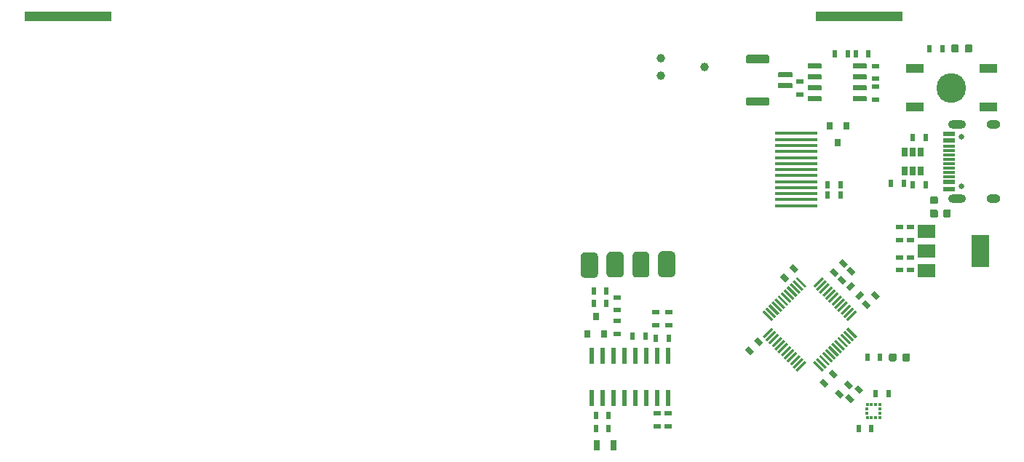
<source format=gbs>
G04 #@! TF.GenerationSoftware,KiCad,Pcbnew,5.1.5-52549c5~84~ubuntu19.10.1*
G04 #@! TF.CreationDate,2020-03-02T03:11:21+01:00*
G04 #@! TF.ProjectId,scale,7363616c-652e-46b6-9963-61645f706362,rev?*
G04 #@! TF.SameCoordinates,Original*
G04 #@! TF.FileFunction,Soldermask,Bot*
G04 #@! TF.FilePolarity,Negative*
%FSLAX46Y46*%
G04 Gerber Fmt 4.6, Leading zero omitted, Abs format (unit mm)*
G04 Created by KiCad (PCBNEW 5.1.5-52549c5~84~ubuntu19.10.1) date 2020-03-02 03:11:21*
%MOMM*%
%LPD*%
G04 APERTURE LIST*
%ADD10C,0.100000*%
%ADD11R,2.000000X1.000000*%
%ADD12C,3.450000*%
%ADD13R,0.900000X0.600000*%
%ADD14R,0.600000X0.900000*%
%ADD15R,0.600000X1.950000*%
%ADD16R,0.375000X0.350000*%
%ADD17R,0.350000X0.375000*%
%ADD18R,0.700000X1.300000*%
%ADD19R,0.800000X0.900000*%
%ADD20R,1.450000X0.600000*%
%ADD21O,2.100000X1.000000*%
%ADD22O,1.600000X1.000000*%
%ADD23C,0.650000*%
%ADD24R,1.450000X0.300000*%
%ADD25R,2.000000X1.500000*%
%ADD26R,2.000000X3.800000*%
%ADD27R,0.650000X1.060000*%
%ADD28C,0.985520*%
%ADD29C,0.988060*%
%ADD30R,5.000000X0.400000*%
G04 APERTURE END LIST*
D10*
G36*
X123000000Y-100500000D02*
G01*
X113000000Y-100500000D01*
X113000000Y-99500000D01*
X123000000Y-99500000D01*
X123000000Y-100500000D01*
G37*
X123000000Y-100500000D02*
X113000000Y-100500000D01*
X113000000Y-99500000D01*
X123000000Y-99500000D01*
X123000000Y-100500000D01*
G36*
X215000000Y-100500000D02*
G01*
X205000000Y-100500000D01*
X205000000Y-99500000D01*
X215000000Y-99500000D01*
X215000000Y-100500000D01*
G37*
X215000000Y-100500000D02*
X205000000Y-100500000D01*
X205000000Y-99500000D01*
X215000000Y-99500000D01*
X215000000Y-100500000D01*
D11*
X216550000Y-110650000D03*
X216550000Y-106150000D03*
X225050000Y-106150000D03*
X225050000Y-110650000D03*
D12*
X220800000Y-108400000D03*
D13*
X212000000Y-108250000D03*
X212000000Y-109750000D03*
D10*
G36*
X199374504Y-104526204D02*
G01*
X199398773Y-104529804D01*
X199422571Y-104535765D01*
X199445671Y-104544030D01*
X199467849Y-104554520D01*
X199488893Y-104567133D01*
X199508598Y-104581747D01*
X199526777Y-104598223D01*
X199543253Y-104616402D01*
X199557867Y-104636107D01*
X199570480Y-104657151D01*
X199580970Y-104679329D01*
X199589235Y-104702429D01*
X199595196Y-104726227D01*
X199598796Y-104750496D01*
X199600000Y-104775000D01*
X199600000Y-105275000D01*
X199598796Y-105299504D01*
X199595196Y-105323773D01*
X199589235Y-105347571D01*
X199580970Y-105370671D01*
X199570480Y-105392849D01*
X199557867Y-105413893D01*
X199543253Y-105433598D01*
X199526777Y-105451777D01*
X199508598Y-105468253D01*
X199488893Y-105482867D01*
X199467849Y-105495480D01*
X199445671Y-105505970D01*
X199422571Y-105514235D01*
X199398773Y-105520196D01*
X199374504Y-105523796D01*
X199350000Y-105525000D01*
X197150000Y-105525000D01*
X197125496Y-105523796D01*
X197101227Y-105520196D01*
X197077429Y-105514235D01*
X197054329Y-105505970D01*
X197032151Y-105495480D01*
X197011107Y-105482867D01*
X196991402Y-105468253D01*
X196973223Y-105451777D01*
X196956747Y-105433598D01*
X196942133Y-105413893D01*
X196929520Y-105392849D01*
X196919030Y-105370671D01*
X196910765Y-105347571D01*
X196904804Y-105323773D01*
X196901204Y-105299504D01*
X196900000Y-105275000D01*
X196900000Y-104775000D01*
X196901204Y-104750496D01*
X196904804Y-104726227D01*
X196910765Y-104702429D01*
X196919030Y-104679329D01*
X196929520Y-104657151D01*
X196942133Y-104636107D01*
X196956747Y-104616402D01*
X196973223Y-104598223D01*
X196991402Y-104581747D01*
X197011107Y-104567133D01*
X197032151Y-104554520D01*
X197054329Y-104544030D01*
X197077429Y-104535765D01*
X197101227Y-104529804D01*
X197125496Y-104526204D01*
X197150000Y-104525000D01*
X199350000Y-104525000D01*
X199374504Y-104526204D01*
G37*
G36*
X199374504Y-109476204D02*
G01*
X199398773Y-109479804D01*
X199422571Y-109485765D01*
X199445671Y-109494030D01*
X199467849Y-109504520D01*
X199488893Y-109517133D01*
X199508598Y-109531747D01*
X199526777Y-109548223D01*
X199543253Y-109566402D01*
X199557867Y-109586107D01*
X199570480Y-109607151D01*
X199580970Y-109629329D01*
X199589235Y-109652429D01*
X199595196Y-109676227D01*
X199598796Y-109700496D01*
X199600000Y-109725000D01*
X199600000Y-110225000D01*
X199598796Y-110249504D01*
X199595196Y-110273773D01*
X199589235Y-110297571D01*
X199580970Y-110320671D01*
X199570480Y-110342849D01*
X199557867Y-110363893D01*
X199543253Y-110383598D01*
X199526777Y-110401777D01*
X199508598Y-110418253D01*
X199488893Y-110432867D01*
X199467849Y-110445480D01*
X199445671Y-110455970D01*
X199422571Y-110464235D01*
X199398773Y-110470196D01*
X199374504Y-110473796D01*
X199350000Y-110475000D01*
X197150000Y-110475000D01*
X197125496Y-110473796D01*
X197101227Y-110470196D01*
X197077429Y-110464235D01*
X197054329Y-110455970D01*
X197032151Y-110445480D01*
X197011107Y-110432867D01*
X196991402Y-110418253D01*
X196973223Y-110401777D01*
X196956747Y-110383598D01*
X196942133Y-110363893D01*
X196929520Y-110342849D01*
X196919030Y-110320671D01*
X196910765Y-110297571D01*
X196904804Y-110273773D01*
X196901204Y-110249504D01*
X196900000Y-110225000D01*
X196900000Y-109725000D01*
X196901204Y-109700496D01*
X196904804Y-109676227D01*
X196910765Y-109652429D01*
X196919030Y-109629329D01*
X196929520Y-109607151D01*
X196942133Y-109586107D01*
X196956747Y-109566402D01*
X196973223Y-109548223D01*
X196991402Y-109531747D01*
X197011107Y-109517133D01*
X197032151Y-109504520D01*
X197054329Y-109494030D01*
X197077429Y-109485765D01*
X197101227Y-109479804D01*
X197125496Y-109476204D01*
X197150000Y-109475000D01*
X199350000Y-109475000D01*
X199374504Y-109476204D01*
G37*
G36*
X202164703Y-106575722D02*
G01*
X202179264Y-106577882D01*
X202193543Y-106581459D01*
X202207403Y-106586418D01*
X202220710Y-106592712D01*
X202233336Y-106600280D01*
X202245159Y-106609048D01*
X202256066Y-106618934D01*
X202265952Y-106629841D01*
X202274720Y-106641664D01*
X202282288Y-106654290D01*
X202288582Y-106667597D01*
X202293541Y-106681457D01*
X202297118Y-106695736D01*
X202299278Y-106710297D01*
X202300000Y-106725000D01*
X202300000Y-107025000D01*
X202299278Y-107039703D01*
X202297118Y-107054264D01*
X202293541Y-107068543D01*
X202288582Y-107082403D01*
X202282288Y-107095710D01*
X202274720Y-107108336D01*
X202265952Y-107120159D01*
X202256066Y-107131066D01*
X202245159Y-107140952D01*
X202233336Y-107149720D01*
X202220710Y-107157288D01*
X202207403Y-107163582D01*
X202193543Y-107168541D01*
X202179264Y-107172118D01*
X202164703Y-107174278D01*
X202150000Y-107175000D01*
X200750000Y-107175000D01*
X200735297Y-107174278D01*
X200720736Y-107172118D01*
X200706457Y-107168541D01*
X200692597Y-107163582D01*
X200679290Y-107157288D01*
X200666664Y-107149720D01*
X200654841Y-107140952D01*
X200643934Y-107131066D01*
X200634048Y-107120159D01*
X200625280Y-107108336D01*
X200617712Y-107095710D01*
X200611418Y-107082403D01*
X200606459Y-107068543D01*
X200602882Y-107054264D01*
X200600722Y-107039703D01*
X200600000Y-107025000D01*
X200600000Y-106725000D01*
X200600722Y-106710297D01*
X200602882Y-106695736D01*
X200606459Y-106681457D01*
X200611418Y-106667597D01*
X200617712Y-106654290D01*
X200625280Y-106641664D01*
X200634048Y-106629841D01*
X200643934Y-106618934D01*
X200654841Y-106609048D01*
X200666664Y-106600280D01*
X200679290Y-106592712D01*
X200692597Y-106586418D01*
X200706457Y-106581459D01*
X200720736Y-106577882D01*
X200735297Y-106575722D01*
X200750000Y-106575000D01*
X202150000Y-106575000D01*
X202164703Y-106575722D01*
G37*
G36*
X202164703Y-107825722D02*
G01*
X202179264Y-107827882D01*
X202193543Y-107831459D01*
X202207403Y-107836418D01*
X202220710Y-107842712D01*
X202233336Y-107850280D01*
X202245159Y-107859048D01*
X202256066Y-107868934D01*
X202265952Y-107879841D01*
X202274720Y-107891664D01*
X202282288Y-107904290D01*
X202288582Y-107917597D01*
X202293541Y-107931457D01*
X202297118Y-107945736D01*
X202299278Y-107960297D01*
X202300000Y-107975000D01*
X202300000Y-108275000D01*
X202299278Y-108289703D01*
X202297118Y-108304264D01*
X202293541Y-108318543D01*
X202288582Y-108332403D01*
X202282288Y-108345710D01*
X202274720Y-108358336D01*
X202265952Y-108370159D01*
X202256066Y-108381066D01*
X202245159Y-108390952D01*
X202233336Y-108399720D01*
X202220710Y-108407288D01*
X202207403Y-108413582D01*
X202193543Y-108418541D01*
X202179264Y-108422118D01*
X202164703Y-108424278D01*
X202150000Y-108425000D01*
X200750000Y-108425000D01*
X200735297Y-108424278D01*
X200720736Y-108422118D01*
X200706457Y-108418541D01*
X200692597Y-108413582D01*
X200679290Y-108407288D01*
X200666664Y-108399720D01*
X200654841Y-108390952D01*
X200643934Y-108381066D01*
X200634048Y-108370159D01*
X200625280Y-108358336D01*
X200617712Y-108345710D01*
X200611418Y-108332403D01*
X200606459Y-108318543D01*
X200602882Y-108304264D01*
X200600722Y-108289703D01*
X200600000Y-108275000D01*
X200600000Y-107975000D01*
X200600722Y-107960297D01*
X200602882Y-107945736D01*
X200606459Y-107931457D01*
X200611418Y-107917597D01*
X200617712Y-107904290D01*
X200625280Y-107891664D01*
X200634048Y-107879841D01*
X200643934Y-107868934D01*
X200654841Y-107859048D01*
X200666664Y-107850280D01*
X200679290Y-107842712D01*
X200692597Y-107836418D01*
X200706457Y-107831459D01*
X200720736Y-107827882D01*
X200735297Y-107825722D01*
X200750000Y-107825000D01*
X202150000Y-107825000D01*
X202164703Y-107825722D01*
G37*
G36*
X220527691Y-122526053D02*
G01*
X220548926Y-122529203D01*
X220569750Y-122534419D01*
X220589962Y-122541651D01*
X220609368Y-122550830D01*
X220627781Y-122561866D01*
X220645024Y-122574654D01*
X220660930Y-122589070D01*
X220675346Y-122604976D01*
X220688134Y-122622219D01*
X220699170Y-122640632D01*
X220708349Y-122660038D01*
X220715581Y-122680250D01*
X220720797Y-122701074D01*
X220723947Y-122722309D01*
X220725000Y-122743750D01*
X220725000Y-123256250D01*
X220723947Y-123277691D01*
X220720797Y-123298926D01*
X220715581Y-123319750D01*
X220708349Y-123339962D01*
X220699170Y-123359368D01*
X220688134Y-123377781D01*
X220675346Y-123395024D01*
X220660930Y-123410930D01*
X220645024Y-123425346D01*
X220627781Y-123438134D01*
X220609368Y-123449170D01*
X220589962Y-123458349D01*
X220569750Y-123465581D01*
X220548926Y-123470797D01*
X220527691Y-123473947D01*
X220506250Y-123475000D01*
X220068750Y-123475000D01*
X220047309Y-123473947D01*
X220026074Y-123470797D01*
X220005250Y-123465581D01*
X219985038Y-123458349D01*
X219965632Y-123449170D01*
X219947219Y-123438134D01*
X219929976Y-123425346D01*
X219914070Y-123410930D01*
X219899654Y-123395024D01*
X219886866Y-123377781D01*
X219875830Y-123359368D01*
X219866651Y-123339962D01*
X219859419Y-123319750D01*
X219854203Y-123298926D01*
X219851053Y-123277691D01*
X219850000Y-123256250D01*
X219850000Y-122743750D01*
X219851053Y-122722309D01*
X219854203Y-122701074D01*
X219859419Y-122680250D01*
X219866651Y-122660038D01*
X219875830Y-122640632D01*
X219886866Y-122622219D01*
X219899654Y-122604976D01*
X219914070Y-122589070D01*
X219929976Y-122574654D01*
X219947219Y-122561866D01*
X219965632Y-122550830D01*
X219985038Y-122541651D01*
X220005250Y-122534419D01*
X220026074Y-122529203D01*
X220047309Y-122526053D01*
X220068750Y-122525000D01*
X220506250Y-122525000D01*
X220527691Y-122526053D01*
G37*
G36*
X218952691Y-122526053D02*
G01*
X218973926Y-122529203D01*
X218994750Y-122534419D01*
X219014962Y-122541651D01*
X219034368Y-122550830D01*
X219052781Y-122561866D01*
X219070024Y-122574654D01*
X219085930Y-122589070D01*
X219100346Y-122604976D01*
X219113134Y-122622219D01*
X219124170Y-122640632D01*
X219133349Y-122660038D01*
X219140581Y-122680250D01*
X219145797Y-122701074D01*
X219148947Y-122722309D01*
X219150000Y-122743750D01*
X219150000Y-123256250D01*
X219148947Y-123277691D01*
X219145797Y-123298926D01*
X219140581Y-123319750D01*
X219133349Y-123339962D01*
X219124170Y-123359368D01*
X219113134Y-123377781D01*
X219100346Y-123395024D01*
X219085930Y-123410930D01*
X219070024Y-123425346D01*
X219052781Y-123438134D01*
X219034368Y-123449170D01*
X219014962Y-123458349D01*
X218994750Y-123465581D01*
X218973926Y-123470797D01*
X218952691Y-123473947D01*
X218931250Y-123475000D01*
X218493750Y-123475000D01*
X218472309Y-123473947D01*
X218451074Y-123470797D01*
X218430250Y-123465581D01*
X218410038Y-123458349D01*
X218390632Y-123449170D01*
X218372219Y-123438134D01*
X218354976Y-123425346D01*
X218339070Y-123410930D01*
X218324654Y-123395024D01*
X218311866Y-123377781D01*
X218300830Y-123359368D01*
X218291651Y-123339962D01*
X218284419Y-123319750D01*
X218279203Y-123298926D01*
X218276053Y-123277691D01*
X218275000Y-123256250D01*
X218275000Y-122743750D01*
X218276053Y-122722309D01*
X218279203Y-122701074D01*
X218284419Y-122680250D01*
X218291651Y-122660038D01*
X218300830Y-122640632D01*
X218311866Y-122622219D01*
X218324654Y-122604976D01*
X218339070Y-122589070D01*
X218354976Y-122574654D01*
X218372219Y-122561866D01*
X218390632Y-122550830D01*
X218410038Y-122541651D01*
X218430250Y-122534419D01*
X218451074Y-122529203D01*
X218472309Y-122526053D01*
X218493750Y-122525000D01*
X218931250Y-122525000D01*
X218952691Y-122526053D01*
G37*
G36*
X219027691Y-121026053D02*
G01*
X219048926Y-121029203D01*
X219069750Y-121034419D01*
X219089962Y-121041651D01*
X219109368Y-121050830D01*
X219127781Y-121061866D01*
X219145024Y-121074654D01*
X219160930Y-121089070D01*
X219175346Y-121104976D01*
X219188134Y-121122219D01*
X219199170Y-121140632D01*
X219208349Y-121160038D01*
X219215581Y-121180250D01*
X219220797Y-121201074D01*
X219223947Y-121222309D01*
X219225000Y-121243750D01*
X219225000Y-121681250D01*
X219223947Y-121702691D01*
X219220797Y-121723926D01*
X219215581Y-121744750D01*
X219208349Y-121764962D01*
X219199170Y-121784368D01*
X219188134Y-121802781D01*
X219175346Y-121820024D01*
X219160930Y-121835930D01*
X219145024Y-121850346D01*
X219127781Y-121863134D01*
X219109368Y-121874170D01*
X219089962Y-121883349D01*
X219069750Y-121890581D01*
X219048926Y-121895797D01*
X219027691Y-121898947D01*
X219006250Y-121900000D01*
X218493750Y-121900000D01*
X218472309Y-121898947D01*
X218451074Y-121895797D01*
X218430250Y-121890581D01*
X218410038Y-121883349D01*
X218390632Y-121874170D01*
X218372219Y-121863134D01*
X218354976Y-121850346D01*
X218339070Y-121835930D01*
X218324654Y-121820024D01*
X218311866Y-121802781D01*
X218300830Y-121784368D01*
X218291651Y-121764962D01*
X218284419Y-121744750D01*
X218279203Y-121723926D01*
X218276053Y-121702691D01*
X218275000Y-121681250D01*
X218275000Y-121243750D01*
X218276053Y-121222309D01*
X218279203Y-121201074D01*
X218284419Y-121180250D01*
X218291651Y-121160038D01*
X218300830Y-121140632D01*
X218311866Y-121122219D01*
X218324654Y-121104976D01*
X218339070Y-121089070D01*
X218354976Y-121074654D01*
X218372219Y-121061866D01*
X218390632Y-121050830D01*
X218410038Y-121041651D01*
X218430250Y-121034419D01*
X218451074Y-121029203D01*
X218472309Y-121026053D01*
X218493750Y-121025000D01*
X219006250Y-121025000D01*
X219027691Y-121026053D01*
G37*
G36*
X219027691Y-122601053D02*
G01*
X219048926Y-122604203D01*
X219069750Y-122609419D01*
X219089962Y-122616651D01*
X219109368Y-122625830D01*
X219127781Y-122636866D01*
X219145024Y-122649654D01*
X219160930Y-122664070D01*
X219175346Y-122679976D01*
X219188134Y-122697219D01*
X219199170Y-122715632D01*
X219208349Y-122735038D01*
X219215581Y-122755250D01*
X219220797Y-122776074D01*
X219223947Y-122797309D01*
X219225000Y-122818750D01*
X219225000Y-123256250D01*
X219223947Y-123277691D01*
X219220797Y-123298926D01*
X219215581Y-123319750D01*
X219208349Y-123339962D01*
X219199170Y-123359368D01*
X219188134Y-123377781D01*
X219175346Y-123395024D01*
X219160930Y-123410930D01*
X219145024Y-123425346D01*
X219127781Y-123438134D01*
X219109368Y-123449170D01*
X219089962Y-123458349D01*
X219069750Y-123465581D01*
X219048926Y-123470797D01*
X219027691Y-123473947D01*
X219006250Y-123475000D01*
X218493750Y-123475000D01*
X218472309Y-123473947D01*
X218451074Y-123470797D01*
X218430250Y-123465581D01*
X218410038Y-123458349D01*
X218390632Y-123449170D01*
X218372219Y-123438134D01*
X218354976Y-123425346D01*
X218339070Y-123410930D01*
X218324654Y-123395024D01*
X218311866Y-123377781D01*
X218300830Y-123359368D01*
X218291651Y-123339962D01*
X218284419Y-123319750D01*
X218279203Y-123298926D01*
X218276053Y-123277691D01*
X218275000Y-123256250D01*
X218275000Y-122818750D01*
X218276053Y-122797309D01*
X218279203Y-122776074D01*
X218284419Y-122755250D01*
X218291651Y-122735038D01*
X218300830Y-122715632D01*
X218311866Y-122697219D01*
X218324654Y-122679976D01*
X218339070Y-122664070D01*
X218354976Y-122649654D01*
X218372219Y-122636866D01*
X218390632Y-122625830D01*
X218410038Y-122616651D01*
X218430250Y-122609419D01*
X218451074Y-122604203D01*
X218472309Y-122601053D01*
X218493750Y-122600000D01*
X219006250Y-122600000D01*
X219027691Y-122601053D01*
G37*
G36*
X205564703Y-105545722D02*
G01*
X205579264Y-105547882D01*
X205593543Y-105551459D01*
X205607403Y-105556418D01*
X205620710Y-105562712D01*
X205633336Y-105570280D01*
X205645159Y-105579048D01*
X205656066Y-105588934D01*
X205665952Y-105599841D01*
X205674720Y-105611664D01*
X205682288Y-105624290D01*
X205688582Y-105637597D01*
X205693541Y-105651457D01*
X205697118Y-105665736D01*
X205699278Y-105680297D01*
X205700000Y-105695000D01*
X205700000Y-105995000D01*
X205699278Y-106009703D01*
X205697118Y-106024264D01*
X205693541Y-106038543D01*
X205688582Y-106052403D01*
X205682288Y-106065710D01*
X205674720Y-106078336D01*
X205665952Y-106090159D01*
X205656066Y-106101066D01*
X205645159Y-106110952D01*
X205633336Y-106119720D01*
X205620710Y-106127288D01*
X205607403Y-106133582D01*
X205593543Y-106138541D01*
X205579264Y-106142118D01*
X205564703Y-106144278D01*
X205550000Y-106145000D01*
X204200000Y-106145000D01*
X204185297Y-106144278D01*
X204170736Y-106142118D01*
X204156457Y-106138541D01*
X204142597Y-106133582D01*
X204129290Y-106127288D01*
X204116664Y-106119720D01*
X204104841Y-106110952D01*
X204093934Y-106101066D01*
X204084048Y-106090159D01*
X204075280Y-106078336D01*
X204067712Y-106065710D01*
X204061418Y-106052403D01*
X204056459Y-106038543D01*
X204052882Y-106024264D01*
X204050722Y-106009703D01*
X204050000Y-105995000D01*
X204050000Y-105695000D01*
X204050722Y-105680297D01*
X204052882Y-105665736D01*
X204056459Y-105651457D01*
X204061418Y-105637597D01*
X204067712Y-105624290D01*
X204075280Y-105611664D01*
X204084048Y-105599841D01*
X204093934Y-105588934D01*
X204104841Y-105579048D01*
X204116664Y-105570280D01*
X204129290Y-105562712D01*
X204142597Y-105556418D01*
X204156457Y-105551459D01*
X204170736Y-105547882D01*
X204185297Y-105545722D01*
X204200000Y-105545000D01*
X205550000Y-105545000D01*
X205564703Y-105545722D01*
G37*
G36*
X205564703Y-106815722D02*
G01*
X205579264Y-106817882D01*
X205593543Y-106821459D01*
X205607403Y-106826418D01*
X205620710Y-106832712D01*
X205633336Y-106840280D01*
X205645159Y-106849048D01*
X205656066Y-106858934D01*
X205665952Y-106869841D01*
X205674720Y-106881664D01*
X205682288Y-106894290D01*
X205688582Y-106907597D01*
X205693541Y-106921457D01*
X205697118Y-106935736D01*
X205699278Y-106950297D01*
X205700000Y-106965000D01*
X205700000Y-107265000D01*
X205699278Y-107279703D01*
X205697118Y-107294264D01*
X205693541Y-107308543D01*
X205688582Y-107322403D01*
X205682288Y-107335710D01*
X205674720Y-107348336D01*
X205665952Y-107360159D01*
X205656066Y-107371066D01*
X205645159Y-107380952D01*
X205633336Y-107389720D01*
X205620710Y-107397288D01*
X205607403Y-107403582D01*
X205593543Y-107408541D01*
X205579264Y-107412118D01*
X205564703Y-107414278D01*
X205550000Y-107415000D01*
X204200000Y-107415000D01*
X204185297Y-107414278D01*
X204170736Y-107412118D01*
X204156457Y-107408541D01*
X204142597Y-107403582D01*
X204129290Y-107397288D01*
X204116664Y-107389720D01*
X204104841Y-107380952D01*
X204093934Y-107371066D01*
X204084048Y-107360159D01*
X204075280Y-107348336D01*
X204067712Y-107335710D01*
X204061418Y-107322403D01*
X204056459Y-107308543D01*
X204052882Y-107294264D01*
X204050722Y-107279703D01*
X204050000Y-107265000D01*
X204050000Y-106965000D01*
X204050722Y-106950297D01*
X204052882Y-106935736D01*
X204056459Y-106921457D01*
X204061418Y-106907597D01*
X204067712Y-106894290D01*
X204075280Y-106881664D01*
X204084048Y-106869841D01*
X204093934Y-106858934D01*
X204104841Y-106849048D01*
X204116664Y-106840280D01*
X204129290Y-106832712D01*
X204142597Y-106826418D01*
X204156457Y-106821459D01*
X204170736Y-106817882D01*
X204185297Y-106815722D01*
X204200000Y-106815000D01*
X205550000Y-106815000D01*
X205564703Y-106815722D01*
G37*
G36*
X205564703Y-108085722D02*
G01*
X205579264Y-108087882D01*
X205593543Y-108091459D01*
X205607403Y-108096418D01*
X205620710Y-108102712D01*
X205633336Y-108110280D01*
X205645159Y-108119048D01*
X205656066Y-108128934D01*
X205665952Y-108139841D01*
X205674720Y-108151664D01*
X205682288Y-108164290D01*
X205688582Y-108177597D01*
X205693541Y-108191457D01*
X205697118Y-108205736D01*
X205699278Y-108220297D01*
X205700000Y-108235000D01*
X205700000Y-108535000D01*
X205699278Y-108549703D01*
X205697118Y-108564264D01*
X205693541Y-108578543D01*
X205688582Y-108592403D01*
X205682288Y-108605710D01*
X205674720Y-108618336D01*
X205665952Y-108630159D01*
X205656066Y-108641066D01*
X205645159Y-108650952D01*
X205633336Y-108659720D01*
X205620710Y-108667288D01*
X205607403Y-108673582D01*
X205593543Y-108678541D01*
X205579264Y-108682118D01*
X205564703Y-108684278D01*
X205550000Y-108685000D01*
X204200000Y-108685000D01*
X204185297Y-108684278D01*
X204170736Y-108682118D01*
X204156457Y-108678541D01*
X204142597Y-108673582D01*
X204129290Y-108667288D01*
X204116664Y-108659720D01*
X204104841Y-108650952D01*
X204093934Y-108641066D01*
X204084048Y-108630159D01*
X204075280Y-108618336D01*
X204067712Y-108605710D01*
X204061418Y-108592403D01*
X204056459Y-108578543D01*
X204052882Y-108564264D01*
X204050722Y-108549703D01*
X204050000Y-108535000D01*
X204050000Y-108235000D01*
X204050722Y-108220297D01*
X204052882Y-108205736D01*
X204056459Y-108191457D01*
X204061418Y-108177597D01*
X204067712Y-108164290D01*
X204075280Y-108151664D01*
X204084048Y-108139841D01*
X204093934Y-108128934D01*
X204104841Y-108119048D01*
X204116664Y-108110280D01*
X204129290Y-108102712D01*
X204142597Y-108096418D01*
X204156457Y-108091459D01*
X204170736Y-108087882D01*
X204185297Y-108085722D01*
X204200000Y-108085000D01*
X205550000Y-108085000D01*
X205564703Y-108085722D01*
G37*
G36*
X205564703Y-109355722D02*
G01*
X205579264Y-109357882D01*
X205593543Y-109361459D01*
X205607403Y-109366418D01*
X205620710Y-109372712D01*
X205633336Y-109380280D01*
X205645159Y-109389048D01*
X205656066Y-109398934D01*
X205665952Y-109409841D01*
X205674720Y-109421664D01*
X205682288Y-109434290D01*
X205688582Y-109447597D01*
X205693541Y-109461457D01*
X205697118Y-109475736D01*
X205699278Y-109490297D01*
X205700000Y-109505000D01*
X205700000Y-109805000D01*
X205699278Y-109819703D01*
X205697118Y-109834264D01*
X205693541Y-109848543D01*
X205688582Y-109862403D01*
X205682288Y-109875710D01*
X205674720Y-109888336D01*
X205665952Y-109900159D01*
X205656066Y-109911066D01*
X205645159Y-109920952D01*
X205633336Y-109929720D01*
X205620710Y-109937288D01*
X205607403Y-109943582D01*
X205593543Y-109948541D01*
X205579264Y-109952118D01*
X205564703Y-109954278D01*
X205550000Y-109955000D01*
X204200000Y-109955000D01*
X204185297Y-109954278D01*
X204170736Y-109952118D01*
X204156457Y-109948541D01*
X204142597Y-109943582D01*
X204129290Y-109937288D01*
X204116664Y-109929720D01*
X204104841Y-109920952D01*
X204093934Y-109911066D01*
X204084048Y-109900159D01*
X204075280Y-109888336D01*
X204067712Y-109875710D01*
X204061418Y-109862403D01*
X204056459Y-109848543D01*
X204052882Y-109834264D01*
X204050722Y-109819703D01*
X204050000Y-109805000D01*
X204050000Y-109505000D01*
X204050722Y-109490297D01*
X204052882Y-109475736D01*
X204056459Y-109461457D01*
X204061418Y-109447597D01*
X204067712Y-109434290D01*
X204075280Y-109421664D01*
X204084048Y-109409841D01*
X204093934Y-109398934D01*
X204104841Y-109389048D01*
X204116664Y-109380280D01*
X204129290Y-109372712D01*
X204142597Y-109366418D01*
X204156457Y-109361459D01*
X204170736Y-109357882D01*
X204185297Y-109355722D01*
X204200000Y-109355000D01*
X205550000Y-109355000D01*
X205564703Y-109355722D01*
G37*
G36*
X210814703Y-109355722D02*
G01*
X210829264Y-109357882D01*
X210843543Y-109361459D01*
X210857403Y-109366418D01*
X210870710Y-109372712D01*
X210883336Y-109380280D01*
X210895159Y-109389048D01*
X210906066Y-109398934D01*
X210915952Y-109409841D01*
X210924720Y-109421664D01*
X210932288Y-109434290D01*
X210938582Y-109447597D01*
X210943541Y-109461457D01*
X210947118Y-109475736D01*
X210949278Y-109490297D01*
X210950000Y-109505000D01*
X210950000Y-109805000D01*
X210949278Y-109819703D01*
X210947118Y-109834264D01*
X210943541Y-109848543D01*
X210938582Y-109862403D01*
X210932288Y-109875710D01*
X210924720Y-109888336D01*
X210915952Y-109900159D01*
X210906066Y-109911066D01*
X210895159Y-109920952D01*
X210883336Y-109929720D01*
X210870710Y-109937288D01*
X210857403Y-109943582D01*
X210843543Y-109948541D01*
X210829264Y-109952118D01*
X210814703Y-109954278D01*
X210800000Y-109955000D01*
X209450000Y-109955000D01*
X209435297Y-109954278D01*
X209420736Y-109952118D01*
X209406457Y-109948541D01*
X209392597Y-109943582D01*
X209379290Y-109937288D01*
X209366664Y-109929720D01*
X209354841Y-109920952D01*
X209343934Y-109911066D01*
X209334048Y-109900159D01*
X209325280Y-109888336D01*
X209317712Y-109875710D01*
X209311418Y-109862403D01*
X209306459Y-109848543D01*
X209302882Y-109834264D01*
X209300722Y-109819703D01*
X209300000Y-109805000D01*
X209300000Y-109505000D01*
X209300722Y-109490297D01*
X209302882Y-109475736D01*
X209306459Y-109461457D01*
X209311418Y-109447597D01*
X209317712Y-109434290D01*
X209325280Y-109421664D01*
X209334048Y-109409841D01*
X209343934Y-109398934D01*
X209354841Y-109389048D01*
X209366664Y-109380280D01*
X209379290Y-109372712D01*
X209392597Y-109366418D01*
X209406457Y-109361459D01*
X209420736Y-109357882D01*
X209435297Y-109355722D01*
X209450000Y-109355000D01*
X210800000Y-109355000D01*
X210814703Y-109355722D01*
G37*
G36*
X210814703Y-108085722D02*
G01*
X210829264Y-108087882D01*
X210843543Y-108091459D01*
X210857403Y-108096418D01*
X210870710Y-108102712D01*
X210883336Y-108110280D01*
X210895159Y-108119048D01*
X210906066Y-108128934D01*
X210915952Y-108139841D01*
X210924720Y-108151664D01*
X210932288Y-108164290D01*
X210938582Y-108177597D01*
X210943541Y-108191457D01*
X210947118Y-108205736D01*
X210949278Y-108220297D01*
X210950000Y-108235000D01*
X210950000Y-108535000D01*
X210949278Y-108549703D01*
X210947118Y-108564264D01*
X210943541Y-108578543D01*
X210938582Y-108592403D01*
X210932288Y-108605710D01*
X210924720Y-108618336D01*
X210915952Y-108630159D01*
X210906066Y-108641066D01*
X210895159Y-108650952D01*
X210883336Y-108659720D01*
X210870710Y-108667288D01*
X210857403Y-108673582D01*
X210843543Y-108678541D01*
X210829264Y-108682118D01*
X210814703Y-108684278D01*
X210800000Y-108685000D01*
X209450000Y-108685000D01*
X209435297Y-108684278D01*
X209420736Y-108682118D01*
X209406457Y-108678541D01*
X209392597Y-108673582D01*
X209379290Y-108667288D01*
X209366664Y-108659720D01*
X209354841Y-108650952D01*
X209343934Y-108641066D01*
X209334048Y-108630159D01*
X209325280Y-108618336D01*
X209317712Y-108605710D01*
X209311418Y-108592403D01*
X209306459Y-108578543D01*
X209302882Y-108564264D01*
X209300722Y-108549703D01*
X209300000Y-108535000D01*
X209300000Y-108235000D01*
X209300722Y-108220297D01*
X209302882Y-108205736D01*
X209306459Y-108191457D01*
X209311418Y-108177597D01*
X209317712Y-108164290D01*
X209325280Y-108151664D01*
X209334048Y-108139841D01*
X209343934Y-108128934D01*
X209354841Y-108119048D01*
X209366664Y-108110280D01*
X209379290Y-108102712D01*
X209392597Y-108096418D01*
X209406457Y-108091459D01*
X209420736Y-108087882D01*
X209435297Y-108085722D01*
X209450000Y-108085000D01*
X210800000Y-108085000D01*
X210814703Y-108085722D01*
G37*
G36*
X210814703Y-106815722D02*
G01*
X210829264Y-106817882D01*
X210843543Y-106821459D01*
X210857403Y-106826418D01*
X210870710Y-106832712D01*
X210883336Y-106840280D01*
X210895159Y-106849048D01*
X210906066Y-106858934D01*
X210915952Y-106869841D01*
X210924720Y-106881664D01*
X210932288Y-106894290D01*
X210938582Y-106907597D01*
X210943541Y-106921457D01*
X210947118Y-106935736D01*
X210949278Y-106950297D01*
X210950000Y-106965000D01*
X210950000Y-107265000D01*
X210949278Y-107279703D01*
X210947118Y-107294264D01*
X210943541Y-107308543D01*
X210938582Y-107322403D01*
X210932288Y-107335710D01*
X210924720Y-107348336D01*
X210915952Y-107360159D01*
X210906066Y-107371066D01*
X210895159Y-107380952D01*
X210883336Y-107389720D01*
X210870710Y-107397288D01*
X210857403Y-107403582D01*
X210843543Y-107408541D01*
X210829264Y-107412118D01*
X210814703Y-107414278D01*
X210800000Y-107415000D01*
X209450000Y-107415000D01*
X209435297Y-107414278D01*
X209420736Y-107412118D01*
X209406457Y-107408541D01*
X209392597Y-107403582D01*
X209379290Y-107397288D01*
X209366664Y-107389720D01*
X209354841Y-107380952D01*
X209343934Y-107371066D01*
X209334048Y-107360159D01*
X209325280Y-107348336D01*
X209317712Y-107335710D01*
X209311418Y-107322403D01*
X209306459Y-107308543D01*
X209302882Y-107294264D01*
X209300722Y-107279703D01*
X209300000Y-107265000D01*
X209300000Y-106965000D01*
X209300722Y-106950297D01*
X209302882Y-106935736D01*
X209306459Y-106921457D01*
X209311418Y-106907597D01*
X209317712Y-106894290D01*
X209325280Y-106881664D01*
X209334048Y-106869841D01*
X209343934Y-106858934D01*
X209354841Y-106849048D01*
X209366664Y-106840280D01*
X209379290Y-106832712D01*
X209392597Y-106826418D01*
X209406457Y-106821459D01*
X209420736Y-106817882D01*
X209435297Y-106815722D01*
X209450000Y-106815000D01*
X210800000Y-106815000D01*
X210814703Y-106815722D01*
G37*
G36*
X210814703Y-105545722D02*
G01*
X210829264Y-105547882D01*
X210843543Y-105551459D01*
X210857403Y-105556418D01*
X210870710Y-105562712D01*
X210883336Y-105570280D01*
X210895159Y-105579048D01*
X210906066Y-105588934D01*
X210915952Y-105599841D01*
X210924720Y-105611664D01*
X210932288Y-105624290D01*
X210938582Y-105637597D01*
X210943541Y-105651457D01*
X210947118Y-105665736D01*
X210949278Y-105680297D01*
X210950000Y-105695000D01*
X210950000Y-105995000D01*
X210949278Y-106009703D01*
X210947118Y-106024264D01*
X210943541Y-106038543D01*
X210938582Y-106052403D01*
X210932288Y-106065710D01*
X210924720Y-106078336D01*
X210915952Y-106090159D01*
X210906066Y-106101066D01*
X210895159Y-106110952D01*
X210883336Y-106119720D01*
X210870710Y-106127288D01*
X210857403Y-106133582D01*
X210843543Y-106138541D01*
X210829264Y-106142118D01*
X210814703Y-106144278D01*
X210800000Y-106145000D01*
X209450000Y-106145000D01*
X209435297Y-106144278D01*
X209420736Y-106142118D01*
X209406457Y-106138541D01*
X209392597Y-106133582D01*
X209379290Y-106127288D01*
X209366664Y-106119720D01*
X209354841Y-106110952D01*
X209343934Y-106101066D01*
X209334048Y-106090159D01*
X209325280Y-106078336D01*
X209317712Y-106065710D01*
X209311418Y-106052403D01*
X209306459Y-106038543D01*
X209302882Y-106024264D01*
X209300722Y-106009703D01*
X209300000Y-105995000D01*
X209300000Y-105695000D01*
X209300722Y-105680297D01*
X209302882Y-105665736D01*
X209306459Y-105651457D01*
X209311418Y-105637597D01*
X209317712Y-105624290D01*
X209325280Y-105611664D01*
X209334048Y-105599841D01*
X209343934Y-105588934D01*
X209354841Y-105579048D01*
X209366664Y-105570280D01*
X209379290Y-105562712D01*
X209392597Y-105556418D01*
X209406457Y-105551459D01*
X209420736Y-105547882D01*
X209435297Y-105545722D01*
X209450000Y-105545000D01*
X210800000Y-105545000D01*
X210814703Y-105545722D01*
G37*
D14*
X211150000Y-104400000D03*
X209650000Y-104400000D03*
X208750000Y-104400000D03*
X207250000Y-104400000D03*
D13*
X212000000Y-107350000D03*
X212000000Y-105850000D03*
D14*
X219750000Y-103800000D03*
X218250000Y-103800000D03*
D10*
G36*
X221452691Y-103326054D02*
G01*
X221473926Y-103329204D01*
X221494750Y-103334420D01*
X221514962Y-103341652D01*
X221534368Y-103350831D01*
X221552781Y-103361867D01*
X221570024Y-103374655D01*
X221585930Y-103389071D01*
X221600346Y-103404977D01*
X221613134Y-103422220D01*
X221624170Y-103440633D01*
X221633349Y-103460039D01*
X221640581Y-103480251D01*
X221645797Y-103501075D01*
X221648947Y-103522310D01*
X221650000Y-103543751D01*
X221650000Y-104056251D01*
X221648947Y-104077692D01*
X221645797Y-104098927D01*
X221640581Y-104119751D01*
X221633349Y-104139963D01*
X221624170Y-104159369D01*
X221613134Y-104177782D01*
X221600346Y-104195025D01*
X221585930Y-104210931D01*
X221570024Y-104225347D01*
X221552781Y-104238135D01*
X221534368Y-104249171D01*
X221514962Y-104258350D01*
X221494750Y-104265582D01*
X221473926Y-104270798D01*
X221452691Y-104273948D01*
X221431250Y-104275001D01*
X220993750Y-104275001D01*
X220972309Y-104273948D01*
X220951074Y-104270798D01*
X220930250Y-104265582D01*
X220910038Y-104258350D01*
X220890632Y-104249171D01*
X220872219Y-104238135D01*
X220854976Y-104225347D01*
X220839070Y-104210931D01*
X220824654Y-104195025D01*
X220811866Y-104177782D01*
X220800830Y-104159369D01*
X220791651Y-104139963D01*
X220784419Y-104119751D01*
X220779203Y-104098927D01*
X220776053Y-104077692D01*
X220775000Y-104056251D01*
X220775000Y-103543751D01*
X220776053Y-103522310D01*
X220779203Y-103501075D01*
X220784419Y-103480251D01*
X220791651Y-103460039D01*
X220800830Y-103440633D01*
X220811866Y-103422220D01*
X220824654Y-103404977D01*
X220839070Y-103389071D01*
X220854976Y-103374655D01*
X220872219Y-103361867D01*
X220890632Y-103350831D01*
X220910038Y-103341652D01*
X220930250Y-103334420D01*
X220951074Y-103329204D01*
X220972309Y-103326054D01*
X220993750Y-103325001D01*
X221431250Y-103325001D01*
X221452691Y-103326054D01*
G37*
G36*
X223027691Y-103326054D02*
G01*
X223048926Y-103329204D01*
X223069750Y-103334420D01*
X223089962Y-103341652D01*
X223109368Y-103350831D01*
X223127781Y-103361867D01*
X223145024Y-103374655D01*
X223160930Y-103389071D01*
X223175346Y-103404977D01*
X223188134Y-103422220D01*
X223199170Y-103440633D01*
X223208349Y-103460039D01*
X223215581Y-103480251D01*
X223220797Y-103501075D01*
X223223947Y-103522310D01*
X223225000Y-103543751D01*
X223225000Y-104056251D01*
X223223947Y-104077692D01*
X223220797Y-104098927D01*
X223215581Y-104119751D01*
X223208349Y-104139963D01*
X223199170Y-104159369D01*
X223188134Y-104177782D01*
X223175346Y-104195025D01*
X223160930Y-104210931D01*
X223145024Y-104225347D01*
X223127781Y-104238135D01*
X223109368Y-104249171D01*
X223089962Y-104258350D01*
X223069750Y-104265582D01*
X223048926Y-104270798D01*
X223027691Y-104273948D01*
X223006250Y-104275001D01*
X222568750Y-104275001D01*
X222547309Y-104273948D01*
X222526074Y-104270798D01*
X222505250Y-104265582D01*
X222485038Y-104258350D01*
X222465632Y-104249171D01*
X222447219Y-104238135D01*
X222429976Y-104225347D01*
X222414070Y-104210931D01*
X222399654Y-104195025D01*
X222386866Y-104177782D01*
X222375830Y-104159369D01*
X222366651Y-104139963D01*
X222359419Y-104119751D01*
X222354203Y-104098927D01*
X222351053Y-104077692D01*
X222350000Y-104056251D01*
X222350000Y-103543751D01*
X222351053Y-103522310D01*
X222354203Y-103501075D01*
X222359419Y-103480251D01*
X222366651Y-103460039D01*
X222375830Y-103440633D01*
X222386866Y-103422220D01*
X222399654Y-103404977D01*
X222414070Y-103389071D01*
X222429976Y-103374655D01*
X222447219Y-103361867D01*
X222465632Y-103350831D01*
X222485038Y-103341652D01*
X222505250Y-103334420D01*
X222526074Y-103329204D01*
X222547309Y-103326054D01*
X222568750Y-103325001D01*
X223006250Y-103325001D01*
X223027691Y-103326054D01*
G37*
D13*
X203200000Y-107650000D03*
X203200000Y-109150000D03*
D15*
X178978223Y-144480329D03*
X180248223Y-144480329D03*
X181518223Y-144480329D03*
X182788223Y-144480329D03*
X184058223Y-144480329D03*
X185328223Y-144480329D03*
X186598223Y-144480329D03*
X187868223Y-144480329D03*
X187868223Y-139530329D03*
X186598223Y-139530329D03*
X185328223Y-139530329D03*
X184058223Y-139530329D03*
X182788223Y-139530329D03*
X181518223Y-139530329D03*
X180248223Y-139530329D03*
X178978223Y-139530329D03*
D10*
G36*
X202903985Y-130383526D02*
G01*
X203946967Y-131426508D01*
X203734835Y-131638640D01*
X202691853Y-130595658D01*
X202903985Y-130383526D01*
G37*
G36*
X202550431Y-130737080D02*
G01*
X203593413Y-131780062D01*
X203381281Y-131992194D01*
X202338299Y-130949212D01*
X202550431Y-130737080D01*
G37*
G36*
X202196878Y-131090633D02*
G01*
X203239860Y-132133615D01*
X203027728Y-132345747D01*
X201984746Y-131302765D01*
X202196878Y-131090633D01*
G37*
G36*
X201843324Y-131444187D02*
G01*
X202886306Y-132487169D01*
X202674174Y-132699301D01*
X201631192Y-131656319D01*
X201843324Y-131444187D01*
G37*
G36*
X201489771Y-131797740D02*
G01*
X202532753Y-132840722D01*
X202320621Y-133052854D01*
X201277639Y-132009872D01*
X201489771Y-131797740D01*
G37*
G36*
X201136218Y-132151293D02*
G01*
X202179200Y-133194275D01*
X201967068Y-133406407D01*
X200924086Y-132363425D01*
X201136218Y-132151293D01*
G37*
G36*
X200782664Y-132504847D02*
G01*
X201825646Y-133547829D01*
X201613514Y-133759961D01*
X200570532Y-132716979D01*
X200782664Y-132504847D01*
G37*
G36*
X200429111Y-132858400D02*
G01*
X201472093Y-133901382D01*
X201259961Y-134113514D01*
X200216979Y-133070532D01*
X200429111Y-132858400D01*
G37*
G36*
X200075558Y-133211953D02*
G01*
X201118540Y-134254935D01*
X200906408Y-134467067D01*
X199863426Y-133424085D01*
X200075558Y-133211953D01*
G37*
G36*
X199722004Y-133565507D02*
G01*
X200764986Y-134608489D01*
X200552854Y-134820621D01*
X199509872Y-133777639D01*
X199722004Y-133565507D01*
G37*
G36*
X199368451Y-133919060D02*
G01*
X200411433Y-134962042D01*
X200199301Y-135174174D01*
X199156319Y-134131192D01*
X199368451Y-133919060D01*
G37*
G36*
X199014897Y-134272614D02*
G01*
X200057879Y-135315596D01*
X199845747Y-135527728D01*
X198802765Y-134484746D01*
X199014897Y-134272614D01*
G37*
G36*
X199845747Y-136270190D02*
G01*
X200057879Y-136482322D01*
X199014897Y-137525304D01*
X198802765Y-137313172D01*
X199845747Y-136270190D01*
G37*
G36*
X200199301Y-136623744D02*
G01*
X200411433Y-136835876D01*
X199368451Y-137878858D01*
X199156319Y-137666726D01*
X200199301Y-136623744D01*
G37*
G36*
X200552854Y-136977297D02*
G01*
X200764986Y-137189429D01*
X199722004Y-138232411D01*
X199509872Y-138020279D01*
X200552854Y-136977297D01*
G37*
G36*
X200906408Y-137330851D02*
G01*
X201118540Y-137542983D01*
X200075558Y-138585965D01*
X199863426Y-138373833D01*
X200906408Y-137330851D01*
G37*
G36*
X201259961Y-137684404D02*
G01*
X201472093Y-137896536D01*
X200429111Y-138939518D01*
X200216979Y-138727386D01*
X201259961Y-137684404D01*
G37*
G36*
X201613514Y-138037957D02*
G01*
X201825646Y-138250089D01*
X200782664Y-139293071D01*
X200570532Y-139080939D01*
X201613514Y-138037957D01*
G37*
G36*
X201967068Y-138391511D02*
G01*
X202179200Y-138603643D01*
X201136218Y-139646625D01*
X200924086Y-139434493D01*
X201967068Y-138391511D01*
G37*
G36*
X202320621Y-138745064D02*
G01*
X202532753Y-138957196D01*
X201489771Y-140000178D01*
X201277639Y-139788046D01*
X202320621Y-138745064D01*
G37*
G36*
X202674174Y-139098617D02*
G01*
X202886306Y-139310749D01*
X201843324Y-140353731D01*
X201631192Y-140141599D01*
X202674174Y-139098617D01*
G37*
G36*
X203027728Y-139452171D02*
G01*
X203239860Y-139664303D01*
X202196878Y-140707285D01*
X201984746Y-140495153D01*
X203027728Y-139452171D01*
G37*
G36*
X203381281Y-139805724D02*
G01*
X203593413Y-140017856D01*
X202550431Y-141060838D01*
X202338299Y-140848706D01*
X203381281Y-139805724D01*
G37*
G36*
X203734835Y-140159278D02*
G01*
X203946967Y-140371410D01*
X202903985Y-141414392D01*
X202691853Y-141202260D01*
X203734835Y-140159278D01*
G37*
G36*
X204901561Y-140159278D02*
G01*
X205944543Y-141202260D01*
X205732411Y-141414392D01*
X204689429Y-140371410D01*
X204901561Y-140159278D01*
G37*
G36*
X205255115Y-139805724D02*
G01*
X206298097Y-140848706D01*
X206085965Y-141060838D01*
X205042983Y-140017856D01*
X205255115Y-139805724D01*
G37*
G36*
X205608668Y-139452171D02*
G01*
X206651650Y-140495153D01*
X206439518Y-140707285D01*
X205396536Y-139664303D01*
X205608668Y-139452171D01*
G37*
G36*
X205962222Y-139098617D02*
G01*
X207005204Y-140141599D01*
X206793072Y-140353731D01*
X205750090Y-139310749D01*
X205962222Y-139098617D01*
G37*
G36*
X206315775Y-138745064D02*
G01*
X207358757Y-139788046D01*
X207146625Y-140000178D01*
X206103643Y-138957196D01*
X206315775Y-138745064D01*
G37*
G36*
X206669328Y-138391511D02*
G01*
X207712310Y-139434493D01*
X207500178Y-139646625D01*
X206457196Y-138603643D01*
X206669328Y-138391511D01*
G37*
G36*
X207022882Y-138037957D02*
G01*
X208065864Y-139080939D01*
X207853732Y-139293071D01*
X206810750Y-138250089D01*
X207022882Y-138037957D01*
G37*
G36*
X207376435Y-137684404D02*
G01*
X208419417Y-138727386D01*
X208207285Y-138939518D01*
X207164303Y-137896536D01*
X207376435Y-137684404D01*
G37*
G36*
X207729988Y-137330851D02*
G01*
X208772970Y-138373833D01*
X208560838Y-138585965D01*
X207517856Y-137542983D01*
X207729988Y-137330851D01*
G37*
G36*
X208083542Y-136977297D02*
G01*
X209126524Y-138020279D01*
X208914392Y-138232411D01*
X207871410Y-137189429D01*
X208083542Y-136977297D01*
G37*
G36*
X208437095Y-136623744D02*
G01*
X209480077Y-137666726D01*
X209267945Y-137878858D01*
X208224963Y-136835876D01*
X208437095Y-136623744D01*
G37*
G36*
X208790649Y-136270190D02*
G01*
X209833631Y-137313172D01*
X209621499Y-137525304D01*
X208578517Y-136482322D01*
X208790649Y-136270190D01*
G37*
G36*
X209621499Y-134272614D02*
G01*
X209833631Y-134484746D01*
X208790649Y-135527728D01*
X208578517Y-135315596D01*
X209621499Y-134272614D01*
G37*
G36*
X209267945Y-133919060D02*
G01*
X209480077Y-134131192D01*
X208437095Y-135174174D01*
X208224963Y-134962042D01*
X209267945Y-133919060D01*
G37*
G36*
X208914392Y-133565507D02*
G01*
X209126524Y-133777639D01*
X208083542Y-134820621D01*
X207871410Y-134608489D01*
X208914392Y-133565507D01*
G37*
G36*
X208560838Y-133211953D02*
G01*
X208772970Y-133424085D01*
X207729988Y-134467067D01*
X207517856Y-134254935D01*
X208560838Y-133211953D01*
G37*
G36*
X208207285Y-132858400D02*
G01*
X208419417Y-133070532D01*
X207376435Y-134113514D01*
X207164303Y-133901382D01*
X208207285Y-132858400D01*
G37*
G36*
X207853732Y-132504847D02*
G01*
X208065864Y-132716979D01*
X207022882Y-133759961D01*
X206810750Y-133547829D01*
X207853732Y-132504847D01*
G37*
G36*
X207500178Y-132151293D02*
G01*
X207712310Y-132363425D01*
X206669328Y-133406407D01*
X206457196Y-133194275D01*
X207500178Y-132151293D01*
G37*
G36*
X207146625Y-131797740D02*
G01*
X207358757Y-132009872D01*
X206315775Y-133052854D01*
X206103643Y-132840722D01*
X207146625Y-131797740D01*
G37*
G36*
X206793072Y-131444187D02*
G01*
X207005204Y-131656319D01*
X205962222Y-132699301D01*
X205750090Y-132487169D01*
X206793072Y-131444187D01*
G37*
G36*
X206439518Y-131090633D02*
G01*
X206651650Y-131302765D01*
X205608668Y-132345747D01*
X205396536Y-132133615D01*
X206439518Y-131090633D01*
G37*
G36*
X206085965Y-130737080D02*
G01*
X206298097Y-130949212D01*
X205255115Y-131992194D01*
X205042983Y-131780062D01*
X206085965Y-130737080D01*
G37*
G36*
X205732411Y-130383526D02*
G01*
X205944543Y-130595658D01*
X204901561Y-131638640D01*
X204689429Y-131426508D01*
X205732411Y-130383526D01*
G37*
G36*
X212025662Y-133070532D02*
G01*
X211389266Y-132434136D01*
X211813530Y-132009872D01*
X212449926Y-132646268D01*
X212025662Y-133070532D01*
G37*
G36*
X210965002Y-134131192D02*
G01*
X210328606Y-133494796D01*
X210752870Y-133070532D01*
X211389266Y-133706928D01*
X210965002Y-134131192D01*
G37*
D16*
X210987500Y-145750000D03*
X210987500Y-146250000D03*
X212512500Y-146250000D03*
X212512500Y-145750000D03*
D17*
X211000000Y-146762500D03*
X211000000Y-145237500D03*
X212500000Y-146762500D03*
X212500000Y-145237500D03*
X212000000Y-146762500D03*
X211500000Y-146762500D03*
X212000000Y-145237500D03*
X211500000Y-145237500D03*
D14*
X206415938Y-120884567D03*
X207915938Y-120884567D03*
X207915938Y-119684567D03*
X206415938Y-119684567D03*
D10*
G36*
X210136396Y-144000000D02*
G01*
X209500000Y-143363604D01*
X209924264Y-142939340D01*
X210560660Y-143575736D01*
X210136396Y-144000000D01*
G37*
G36*
X209075736Y-145060660D02*
G01*
X208439340Y-144424264D01*
X208863604Y-144000000D01*
X209500000Y-144636396D01*
X209075736Y-145060660D01*
G37*
G36*
X207613604Y-143500000D02*
G01*
X208250000Y-144136396D01*
X207825736Y-144560660D01*
X207189340Y-143924264D01*
X207613604Y-143500000D01*
G37*
G36*
X208674264Y-142439340D02*
G01*
X209310660Y-143075736D01*
X208886396Y-143500000D01*
X208250000Y-142863604D01*
X208674264Y-142439340D01*
G37*
D14*
X212500000Y-139750000D03*
X211000000Y-139750000D03*
D10*
G36*
X208313352Y-129358222D02*
G01*
X207676956Y-128721826D01*
X208101220Y-128297562D01*
X208737616Y-128933958D01*
X208313352Y-129358222D01*
G37*
G36*
X207252692Y-130418882D02*
G01*
X206616296Y-129782486D01*
X207040560Y-129358222D01*
X207676956Y-129994618D01*
X207252692Y-130418882D01*
G37*
D14*
X217800000Y-119700000D03*
X216300000Y-119700000D03*
X216300000Y-114200000D03*
X217800000Y-114200000D03*
D18*
X179550000Y-150000000D03*
X181450000Y-150000000D03*
D13*
X181923224Y-135505330D03*
X181923224Y-137005330D03*
X181923224Y-134255331D03*
X181923224Y-132755331D03*
X187873223Y-147755330D03*
X187873223Y-146255330D03*
X186598223Y-147755330D03*
X186598223Y-146255330D03*
X186423224Y-134505330D03*
X186423224Y-136005330D03*
X187923223Y-134505330D03*
X187923223Y-136005330D03*
D14*
X213500000Y-144000000D03*
X212000000Y-144000000D03*
X211500000Y-148000000D03*
X210000000Y-148000000D03*
D10*
G36*
X198449212Y-138444544D02*
G01*
X197812816Y-137808148D01*
X198237080Y-137383884D01*
X198873476Y-138020280D01*
X198449212Y-138444544D01*
G37*
G36*
X197388552Y-139505204D02*
G01*
X196752156Y-138868808D01*
X197176420Y-138444544D01*
X197812816Y-139080940D01*
X197388552Y-139505204D01*
G37*
G36*
X209621499Y-132646268D02*
G01*
X210257895Y-132009872D01*
X210682159Y-132434136D01*
X210045763Y-133070532D01*
X209621499Y-132646268D01*
G37*
G36*
X208560839Y-131585608D02*
G01*
X209197235Y-130949212D01*
X209621499Y-131373476D01*
X208985103Y-132009872D01*
X208560839Y-131585608D01*
G37*
G36*
X205838478Y-142227565D02*
G01*
X206474874Y-142863961D01*
X206050610Y-143288225D01*
X205414214Y-142651829D01*
X205838478Y-142227565D01*
G37*
G36*
X206899138Y-141166905D02*
G01*
X207535534Y-141803301D01*
X207111270Y-142227565D01*
X206474874Y-141591169D01*
X206899138Y-141166905D01*
G37*
G36*
X202550431Y-129959262D02*
G01*
X201914035Y-129322866D01*
X202338299Y-128898602D01*
X202974695Y-129534998D01*
X202550431Y-129959262D01*
G37*
G36*
X201489771Y-131019922D02*
G01*
X200853375Y-130383526D01*
X201277639Y-129959262D01*
X201914035Y-130595658D01*
X201489771Y-131019922D01*
G37*
D13*
X214800000Y-129600000D03*
X214800000Y-128100000D03*
X216049999Y-129600000D03*
X216049999Y-128100000D03*
D10*
G36*
X209197235Y-130242105D02*
G01*
X208560839Y-129605709D01*
X208985103Y-129181445D01*
X209621499Y-129817841D01*
X209197235Y-130242105D01*
G37*
G36*
X208136575Y-131302765D02*
G01*
X207500179Y-130666369D01*
X207924443Y-130242105D01*
X208560839Y-130878501D01*
X208136575Y-131302765D01*
G37*
D13*
X214800001Y-126100000D03*
X214800001Y-124600000D03*
X216050000Y-126100000D03*
X216050000Y-124600000D03*
D14*
X213750000Y-119500000D03*
X215250000Y-119500000D03*
X180923223Y-148005330D03*
X179423223Y-148005330D03*
X180923223Y-146505331D03*
X179423223Y-146505331D03*
X183673224Y-137255330D03*
X185173224Y-137255330D03*
X186423223Y-137505329D03*
X187923223Y-137505329D03*
X180673224Y-132005330D03*
X179173224Y-132005330D03*
X180673224Y-133505330D03*
X179173224Y-133505330D03*
D19*
X179423224Y-135005330D03*
X178473224Y-137005330D03*
X180373224Y-137005330D03*
D20*
X220550000Y-114550000D03*
X220550000Y-119350000D03*
X220550000Y-120150000D03*
X220550000Y-113750000D03*
D21*
X221465000Y-112630000D03*
X221465000Y-121270000D03*
D22*
X225645000Y-112630000D03*
X225645000Y-121270000D03*
D23*
X221995000Y-119840000D03*
X221995000Y-114060000D03*
D20*
X220550000Y-120150000D03*
X220550000Y-119350000D03*
D24*
X220550000Y-118700000D03*
X220550000Y-118200000D03*
X220550000Y-117700000D03*
X220550000Y-117200000D03*
X220550000Y-116700000D03*
X220550000Y-116200000D03*
X220550000Y-115700000D03*
X220550000Y-115200000D03*
D20*
X220550000Y-114550000D03*
X220550000Y-113750000D03*
D25*
X217900000Y-129650001D03*
X217900000Y-125050001D03*
X217900000Y-127350001D03*
D26*
X224200000Y-127350001D03*
D27*
X216300000Y-118050000D03*
X215350000Y-118050000D03*
X217250000Y-118050000D03*
X217250000Y-115850000D03*
X216300000Y-115850000D03*
X215350000Y-115850000D03*
D19*
X207600000Y-114800000D03*
X208550000Y-112800000D03*
X206650000Y-112800000D03*
D28*
X187010000Y-104934000D03*
X187010000Y-106966000D03*
D29*
X192090000Y-105950000D03*
D30*
X202775000Y-114400000D03*
X202775000Y-115100000D03*
X202775000Y-115800000D03*
X202775000Y-116500000D03*
X202775000Y-117200000D03*
X202775000Y-117900000D03*
X202775000Y-118600000D03*
X202775000Y-119300000D03*
X202775000Y-120000000D03*
X202775000Y-120700000D03*
X202775000Y-121400000D03*
X202775000Y-113700000D03*
X202775000Y-122100000D03*
D10*
G36*
X188222233Y-127407739D02*
G01*
X188270769Y-127414938D01*
X188318366Y-127426861D01*
X188364566Y-127443391D01*
X188408922Y-127464370D01*
X188451009Y-127489596D01*
X188490421Y-127518826D01*
X188526777Y-127551778D01*
X188559729Y-127588134D01*
X188588959Y-127627546D01*
X188614185Y-127669633D01*
X188635164Y-127713989D01*
X188651694Y-127760189D01*
X188663617Y-127807786D01*
X188670816Y-127856322D01*
X188673224Y-127905331D01*
X188673224Y-129905331D01*
X188670816Y-129954340D01*
X188663617Y-130002876D01*
X188651694Y-130050473D01*
X188635164Y-130096673D01*
X188614185Y-130141029D01*
X188588959Y-130183116D01*
X188559729Y-130222528D01*
X188526777Y-130258884D01*
X188490421Y-130291836D01*
X188451009Y-130321066D01*
X188408922Y-130346292D01*
X188364566Y-130367271D01*
X188318366Y-130383801D01*
X188270769Y-130395724D01*
X188222233Y-130402923D01*
X188173224Y-130405331D01*
X187173224Y-130405331D01*
X187124215Y-130402923D01*
X187075679Y-130395724D01*
X187028082Y-130383801D01*
X186981882Y-130367271D01*
X186937526Y-130346292D01*
X186895439Y-130321066D01*
X186856027Y-130291836D01*
X186819671Y-130258884D01*
X186786719Y-130222528D01*
X186757489Y-130183116D01*
X186732263Y-130141029D01*
X186711284Y-130096673D01*
X186694754Y-130050473D01*
X186682831Y-130002876D01*
X186675632Y-129954340D01*
X186673224Y-129905331D01*
X186673224Y-127905331D01*
X186675632Y-127856322D01*
X186682831Y-127807786D01*
X186694754Y-127760189D01*
X186711284Y-127713989D01*
X186732263Y-127669633D01*
X186757489Y-127627546D01*
X186786719Y-127588134D01*
X186819671Y-127551778D01*
X186856027Y-127518826D01*
X186895439Y-127489596D01*
X186937526Y-127464370D01*
X186981882Y-127443391D01*
X187028082Y-127426861D01*
X187075679Y-127414938D01*
X187124215Y-127407739D01*
X187173224Y-127405331D01*
X188173224Y-127405331D01*
X188222233Y-127407739D01*
G37*
G36*
X185222233Y-127457739D02*
G01*
X185270769Y-127464938D01*
X185318366Y-127476861D01*
X185364566Y-127493391D01*
X185408922Y-127514370D01*
X185451009Y-127539596D01*
X185490421Y-127568826D01*
X185526777Y-127601778D01*
X185559729Y-127638134D01*
X185588959Y-127677546D01*
X185614185Y-127719633D01*
X185635164Y-127763989D01*
X185651694Y-127810189D01*
X185663617Y-127857786D01*
X185670816Y-127906322D01*
X185673224Y-127955331D01*
X185673224Y-129955331D01*
X185670816Y-130004340D01*
X185663617Y-130052876D01*
X185651694Y-130100473D01*
X185635164Y-130146673D01*
X185614185Y-130191029D01*
X185588959Y-130233116D01*
X185559729Y-130272528D01*
X185526777Y-130308884D01*
X185490421Y-130341836D01*
X185451009Y-130371066D01*
X185408922Y-130396292D01*
X185364566Y-130417271D01*
X185318366Y-130433801D01*
X185270769Y-130445724D01*
X185222233Y-130452923D01*
X185173224Y-130455331D01*
X184173224Y-130455331D01*
X184124215Y-130452923D01*
X184075679Y-130445724D01*
X184028082Y-130433801D01*
X183981882Y-130417271D01*
X183937526Y-130396292D01*
X183895439Y-130371066D01*
X183856027Y-130341836D01*
X183819671Y-130308884D01*
X183786719Y-130272528D01*
X183757489Y-130233116D01*
X183732263Y-130191029D01*
X183711284Y-130146673D01*
X183694754Y-130100473D01*
X183682831Y-130052876D01*
X183675632Y-130004340D01*
X183673224Y-129955331D01*
X183673224Y-127955331D01*
X183675632Y-127906322D01*
X183682831Y-127857786D01*
X183694754Y-127810189D01*
X183711284Y-127763989D01*
X183732263Y-127719633D01*
X183757489Y-127677546D01*
X183786719Y-127638134D01*
X183819671Y-127601778D01*
X183856027Y-127568826D01*
X183895439Y-127539596D01*
X183937526Y-127514370D01*
X183981882Y-127493391D01*
X184028082Y-127476861D01*
X184075679Y-127464938D01*
X184124215Y-127457739D01*
X184173224Y-127455331D01*
X185173224Y-127455331D01*
X185222233Y-127457739D01*
G37*
G36*
X182222233Y-127457739D02*
G01*
X182270769Y-127464938D01*
X182318366Y-127476861D01*
X182364566Y-127493391D01*
X182408922Y-127514370D01*
X182451009Y-127539596D01*
X182490421Y-127568826D01*
X182526777Y-127601778D01*
X182559729Y-127638134D01*
X182588959Y-127677546D01*
X182614185Y-127719633D01*
X182635164Y-127763989D01*
X182651694Y-127810189D01*
X182663617Y-127857786D01*
X182670816Y-127906322D01*
X182673224Y-127955331D01*
X182673224Y-129955331D01*
X182670816Y-130004340D01*
X182663617Y-130052876D01*
X182651694Y-130100473D01*
X182635164Y-130146673D01*
X182614185Y-130191029D01*
X182588959Y-130233116D01*
X182559729Y-130272528D01*
X182526777Y-130308884D01*
X182490421Y-130341836D01*
X182451009Y-130371066D01*
X182408922Y-130396292D01*
X182364566Y-130417271D01*
X182318366Y-130433801D01*
X182270769Y-130445724D01*
X182222233Y-130452923D01*
X182173224Y-130455331D01*
X181173224Y-130455331D01*
X181124215Y-130452923D01*
X181075679Y-130445724D01*
X181028082Y-130433801D01*
X180981882Y-130417271D01*
X180937526Y-130396292D01*
X180895439Y-130371066D01*
X180856027Y-130341836D01*
X180819671Y-130308884D01*
X180786719Y-130272528D01*
X180757489Y-130233116D01*
X180732263Y-130191029D01*
X180711284Y-130146673D01*
X180694754Y-130100473D01*
X180682831Y-130052876D01*
X180675632Y-130004340D01*
X180673224Y-129955331D01*
X180673224Y-127955331D01*
X180675632Y-127906322D01*
X180682831Y-127857786D01*
X180694754Y-127810189D01*
X180711284Y-127763989D01*
X180732263Y-127719633D01*
X180757489Y-127677546D01*
X180786719Y-127638134D01*
X180819671Y-127601778D01*
X180856027Y-127568826D01*
X180895439Y-127539596D01*
X180937526Y-127514370D01*
X180981882Y-127493391D01*
X181028082Y-127476861D01*
X181075679Y-127464938D01*
X181124215Y-127457739D01*
X181173224Y-127455331D01*
X182173224Y-127455331D01*
X182222233Y-127457739D01*
G37*
G36*
X179222233Y-127507739D02*
G01*
X179270769Y-127514938D01*
X179318366Y-127526861D01*
X179364566Y-127543391D01*
X179408922Y-127564370D01*
X179451009Y-127589596D01*
X179490421Y-127618826D01*
X179526777Y-127651778D01*
X179559729Y-127688134D01*
X179588959Y-127727546D01*
X179614185Y-127769633D01*
X179635164Y-127813989D01*
X179651694Y-127860189D01*
X179663617Y-127907786D01*
X179670816Y-127956322D01*
X179673224Y-128005331D01*
X179673224Y-130005331D01*
X179670816Y-130054340D01*
X179663617Y-130102876D01*
X179651694Y-130150473D01*
X179635164Y-130196673D01*
X179614185Y-130241029D01*
X179588959Y-130283116D01*
X179559729Y-130322528D01*
X179526777Y-130358884D01*
X179490421Y-130391836D01*
X179451009Y-130421066D01*
X179408922Y-130446292D01*
X179364566Y-130467271D01*
X179318366Y-130483801D01*
X179270769Y-130495724D01*
X179222233Y-130502923D01*
X179173224Y-130505331D01*
X178173224Y-130505331D01*
X178124215Y-130502923D01*
X178075679Y-130495724D01*
X178028082Y-130483801D01*
X177981882Y-130467271D01*
X177937526Y-130446292D01*
X177895439Y-130421066D01*
X177856027Y-130391836D01*
X177819671Y-130358884D01*
X177786719Y-130322528D01*
X177757489Y-130283116D01*
X177732263Y-130241029D01*
X177711284Y-130196673D01*
X177694754Y-130150473D01*
X177682831Y-130102876D01*
X177675632Y-130054340D01*
X177673224Y-130005331D01*
X177673224Y-128005331D01*
X177675632Y-127956322D01*
X177682831Y-127907786D01*
X177694754Y-127860189D01*
X177711284Y-127813989D01*
X177732263Y-127769633D01*
X177757489Y-127727546D01*
X177786719Y-127688134D01*
X177819671Y-127651778D01*
X177856027Y-127618826D01*
X177895439Y-127589596D01*
X177937526Y-127564370D01*
X177981882Y-127543391D01*
X178028082Y-127526861D01*
X178075679Y-127514938D01*
X178124215Y-127507739D01*
X178173224Y-127505331D01*
X179173224Y-127505331D01*
X179222233Y-127507739D01*
G37*
G36*
X214202690Y-139276053D02*
G01*
X214223925Y-139279203D01*
X214244749Y-139284419D01*
X214264961Y-139291651D01*
X214284367Y-139300830D01*
X214302780Y-139311866D01*
X214320023Y-139324654D01*
X214335929Y-139339070D01*
X214350345Y-139354976D01*
X214363133Y-139372219D01*
X214374169Y-139390632D01*
X214383348Y-139410038D01*
X214390580Y-139430250D01*
X214395796Y-139451074D01*
X214398946Y-139472309D01*
X214399999Y-139493750D01*
X214399999Y-140006250D01*
X214398946Y-140027691D01*
X214395796Y-140048926D01*
X214390580Y-140069750D01*
X214383348Y-140089962D01*
X214374169Y-140109368D01*
X214363133Y-140127781D01*
X214350345Y-140145024D01*
X214335929Y-140160930D01*
X214320023Y-140175346D01*
X214302780Y-140188134D01*
X214284367Y-140199170D01*
X214264961Y-140208349D01*
X214244749Y-140215581D01*
X214223925Y-140220797D01*
X214202690Y-140223947D01*
X214181249Y-140225000D01*
X213743749Y-140225000D01*
X213722308Y-140223947D01*
X213701073Y-140220797D01*
X213680249Y-140215581D01*
X213660037Y-140208349D01*
X213640631Y-140199170D01*
X213622218Y-140188134D01*
X213604975Y-140175346D01*
X213589069Y-140160930D01*
X213574653Y-140145024D01*
X213561865Y-140127781D01*
X213550829Y-140109368D01*
X213541650Y-140089962D01*
X213534418Y-140069750D01*
X213529202Y-140048926D01*
X213526052Y-140027691D01*
X213524999Y-140006250D01*
X213524999Y-139493750D01*
X213526052Y-139472309D01*
X213529202Y-139451074D01*
X213534418Y-139430250D01*
X213541650Y-139410038D01*
X213550829Y-139390632D01*
X213561865Y-139372219D01*
X213574653Y-139354976D01*
X213589069Y-139339070D01*
X213604975Y-139324654D01*
X213622218Y-139311866D01*
X213640631Y-139300830D01*
X213660037Y-139291651D01*
X213680249Y-139284419D01*
X213701073Y-139279203D01*
X213722308Y-139276053D01*
X213743749Y-139275000D01*
X214181249Y-139275000D01*
X214202690Y-139276053D01*
G37*
G36*
X215777690Y-139276053D02*
G01*
X215798925Y-139279203D01*
X215819749Y-139284419D01*
X215839961Y-139291651D01*
X215859367Y-139300830D01*
X215877780Y-139311866D01*
X215895023Y-139324654D01*
X215910929Y-139339070D01*
X215925345Y-139354976D01*
X215938133Y-139372219D01*
X215949169Y-139390632D01*
X215958348Y-139410038D01*
X215965580Y-139430250D01*
X215970796Y-139451074D01*
X215973946Y-139472309D01*
X215974999Y-139493750D01*
X215974999Y-140006250D01*
X215973946Y-140027691D01*
X215970796Y-140048926D01*
X215965580Y-140069750D01*
X215958348Y-140089962D01*
X215949169Y-140109368D01*
X215938133Y-140127781D01*
X215925345Y-140145024D01*
X215910929Y-140160930D01*
X215895023Y-140175346D01*
X215877780Y-140188134D01*
X215859367Y-140199170D01*
X215839961Y-140208349D01*
X215819749Y-140215581D01*
X215798925Y-140220797D01*
X215777690Y-140223947D01*
X215756249Y-140225000D01*
X215318749Y-140225000D01*
X215297308Y-140223947D01*
X215276073Y-140220797D01*
X215255249Y-140215581D01*
X215235037Y-140208349D01*
X215215631Y-140199170D01*
X215197218Y-140188134D01*
X215179975Y-140175346D01*
X215164069Y-140160930D01*
X215149653Y-140145024D01*
X215136865Y-140127781D01*
X215125829Y-140109368D01*
X215116650Y-140089962D01*
X215109418Y-140069750D01*
X215104202Y-140048926D01*
X215101052Y-140027691D01*
X215099999Y-140006250D01*
X215099999Y-139493750D01*
X215101052Y-139472309D01*
X215104202Y-139451074D01*
X215109418Y-139430250D01*
X215116650Y-139410038D01*
X215125829Y-139390632D01*
X215136865Y-139372219D01*
X215149653Y-139354976D01*
X215164069Y-139339070D01*
X215179975Y-139324654D01*
X215197218Y-139311866D01*
X215215631Y-139300830D01*
X215235037Y-139291651D01*
X215255249Y-139284419D01*
X215276073Y-139279203D01*
X215297308Y-139276053D01*
X215318749Y-139275000D01*
X215756249Y-139275000D01*
X215777690Y-139276053D01*
G37*
M02*

</source>
